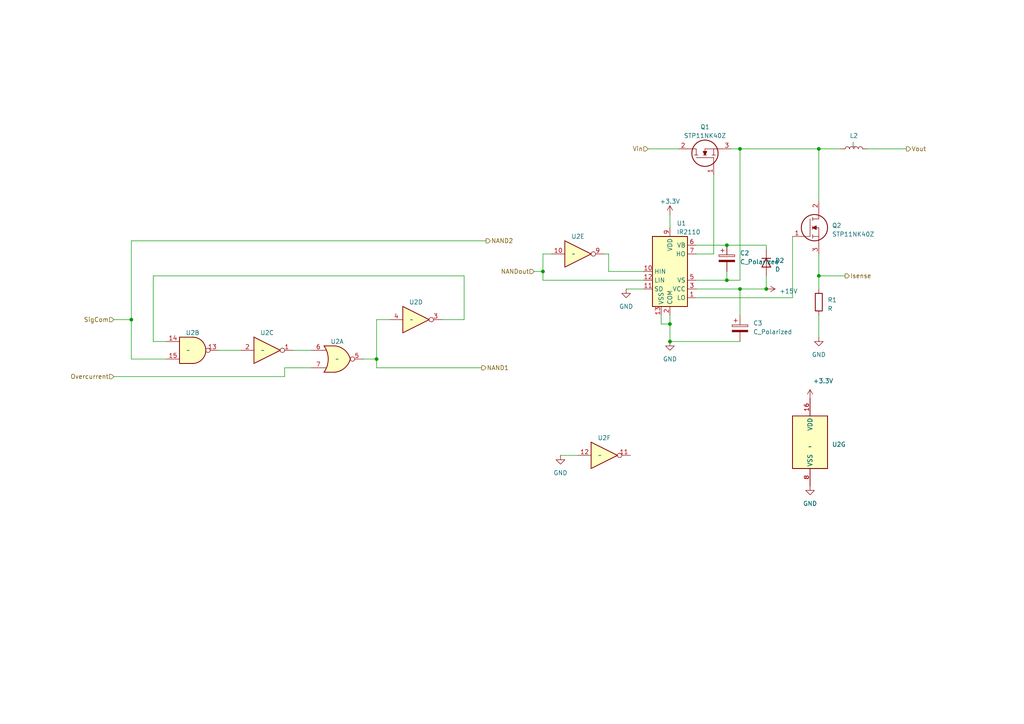
<source format=kicad_sch>
(kicad_sch (version 20230121) (generator eeschema)
  (paper "A4")
  (lib_symbols
    (symbol "Device:C_Polarized" (pin_numbers hide) (pin_names (offset 0.254))
      (property "Reference" "C" (at 0.635 2.54 0))
      (property "Value" "C_Polarized" (at 0.635 -2.54 0))
      (symbol "C_Polarized_0_1"
        (rectangle (start -2.286 0.508) (end 2.286 1.016))
        (polyline (pts (xy -1.778 2.286) (xy -0.762 2.286)))
        (polyline (pts (xy -1.27 2.794) (xy -1.27 1.778)))
        (rectangle (start 2.286 -0.508) (end -2.286 -1.016) (fill (type outline)))
      )
      (symbol "C_Polarized_1_1"
        (pin passive line (at 0 3.81 270) (length 2.794) (name "~") (number "1"))
        (pin passive line (at 0 -3.81 90) (length 2.794) (name "~") (number "2"))
      )
    )
    (symbol "Device:D" (pin_numbers hide) (pin_names (offset 1.016) hide)
      (property "Reference" "D" (at 0 2.54 0))
      (property "Value" "D" (at 0 -2.54 0))
      (symbol "D_0_1"
        (polyline (pts (xy -1.27 1.27) (xy -1.27 -1.27)) (stroke (width 0.254)))
        (polyline (pts (xy 1.27 0) (xy -1.27 0)))
        (polyline (pts (xy 1.27 1.27) (xy 1.27 -1.27) (xy -1.27 0) (xy 1.27 1.27)) (stroke (width 0.254)))
      )
      (symbol "D_1_1"
        (pin passive line (at -3.81 0 0) (length 2.54) (name "K") (number "1"))
        (pin passive line (at 3.81 0 180) (length 2.54) (name "A") (number "2"))
      )
    )
    (symbol "Device:L" (pin_numbers hide) (pin_names (offset 1.016) hide)
      (property "Reference" "L" (at -1.27 0 90))
      (property "Value" "L" (at 1.905 0 90))
      (symbol "L_0_1"
        (arc (start 0 -2.54) (mid 0.6323 -1.905) (end 0 -1.27))
        (arc (start 0 -1.27) (mid 0.6323 -0.635) (end 0 0))
        (arc (start 0 0) (mid 0.6323 0.635) (end 0 1.27))
        (arc (start 0 1.27) (mid 0.6323 1.905) (end 0 2.54))
      )
      (symbol "L_1_1"
        (pin passive line (at 0 3.81 270) (length 1.27) (name "1") (number "1"))
        (pin passive line (at 0 -3.81 90) (length 1.27) (name "2") (number "2"))
      )
    )
    (symbol "Device:R" (pin_numbers hide) (pin_names (offset 0))
      (property "Reference" "R" (at 2.032 0 90))
      (property "Value" "R" (at 0 0 90))
      (symbol "R_0_1"
        (rectangle (start -1.016 -2.54) (end 1.016 2.54) (stroke (width 0.254)))
      )
      (symbol "R_1_1"
        (pin passive line (at 0 3.81 270) (length 1.27) (name "~") (number "1"))
        (pin passive line (at 0 -3.81 90) (length 1.27) (name "~") (number "2"))
      )
    )
    (symbol "Driver_FET:IR2110"
      (property "Reference" "U" (at 1.27 13.335 0))
      (property "Value" "IR2110" (at 1.27 11.43 0))
      (symbol "IR2110_0_1"
        (rectangle (start -5.08 -10.16) (end 5.08 10.16) (stroke (width 0.254)) (fill (type background)))
      )
      (symbol "IR2110_1_1"
        (pin output line (at 7.62 -7.62 180) (length 2.54) (name "LO") (number "1"))
        (pin input line (at -7.62 0 0) (length 2.54) (name "HIN") (number "10"))
        (pin input line (at -7.62 -5.08 0) (length 2.54) (name "SD") (number "11"))
        (pin input line (at -7.62 -2.54 0) (length 2.54) (name "LIN") (number "12"))
        (pin power_in line (at -2.54 -12.7 90) (length 2.54) (name "VSS") (number "13"))
        (pin no_connect line (at -5.08 2.54 0) (length 2.54) hide (name "NC") (number "14"))
        (pin power_in line (at 0 -12.7 90) (length 2.54) (name "COM") (number "2"))
        (pin power_in line (at 7.62 -5.08 180) (length 2.54) (name "VCC") (number "3"))
        (pin no_connect line (at -5.08 7.62 0) (length 2.54) hide (name "NC") (number "4"))
        (pin passive line (at 7.62 -2.54 180) (length 2.54) (name "VS") (number "5"))
        (pin passive line (at 7.62 7.62 180) (length 2.54) (name "VB") (number "6"))
        (pin output line (at 7.62 5.08 180) (length 2.54) (name "HO") (number "7"))
        (pin no_connect line (at -5.08 5.08 0) (length 2.54) hide (name "NC") (number "8"))
        (pin power_in line (at 0 12.7 270) (length 2.54) (name "VDD") (number "9"))
      )
    )
    (symbol "ProjLib:4572"
      (property "Reference" "U" (at 0 1.27 0))
      (symbol "4572_1_1"
        (arc (start -3.81 -3.81) (mid -2.589 0) (end -3.81 3.81) (stroke (width 0.254)))
        (arc (start -0.6096 -3.81) (mid 2.1842 -2.5851) (end 3.81 0) (stroke (width 0.254)) (fill (type background)))
        (polyline (pts (xy -3.81 -3.81) (xy -0.635 -3.81)) (stroke (width 0.254)) (fill (type background)))
        (polyline (pts (xy -3.81 3.81) (xy -0.635 3.81)) (stroke (width 0.254)) (fill (type background)))
        (polyline (pts (xy -0.635 3.81) (xy -3.81 3.81) (xy -3.81 3.81) (xy -3.556 3.4036) (xy -3.0226 2.2606) (xy -2.6924 1.0414) (xy -2.6162 -0.254) (xy -2.7686 -1.4986) (xy -3.175 -2.7178) (xy -3.81 -3.81) (xy -3.81 -3.81) (xy -0.635 -3.81)) (stroke (width -25.4)) (fill (type background)))
        (arc (start 3.81 0) (mid 2.1915 2.5936) (end -0.6096 3.81) (stroke (width 0.254)) (fill (type background)))
        (pin output inverted (at 7.62 0 180) (length 3.81) (name "~") (number "5"))
        (pin input line (at -7.62 2.54 0) (length 4.318) (name "~") (number "6"))
        (pin input line (at -7.62 -2.54 0) (length 4.318) (name "~") (number "7"))
      )
      (symbol "4572_2_1"
        (polyline (pts (xy 1.27 3.81) (xy -2.54 3.81) (xy -2.54 -3.81) (xy 1.27 -3.81)) (stroke (width 0.254)) (fill (type background)))
        (arc (start 1.27 -3.81) (mid 5.0634 0) (end 1.27 3.81) (stroke (width 0.254)) (fill (type background)))
        (pin output inverted (at 8.89 0 180) (length 3.81) (name "~") (number "13"))
        (pin input line (at -6.35 2.54 0) (length 3.81) (name "~") (number "14"))
        (pin input line (at -6.35 -2.54 0) (length 3.81) (name "~") (number "15"))
      )
      (symbol "4572_3_0"
        (polyline (pts (xy -2.54 3.81) (xy -2.54 -3.81) (xy 5.08 0) (xy -2.54 3.81)) (stroke (width 0.254)) (fill (type background)))
        (pin output inverted (at 8.89 0 180) (length 3.81) (name "~") (number "1"))
        (pin input line (at -6.35 0 0) (length 3.81) (name "~") (number "2"))
      )
      (symbol "4572_4_0"
        (polyline (pts (xy -2.54 3.81) (xy -2.54 -3.81) (xy 5.08 0) (xy -2.54 3.81)) (stroke (width 0.254)) (fill (type background)))
        (pin output inverted (at 8.89 0 180) (length 3.81) (name "~") (number "3"))
        (pin input line (at -6.35 0 0) (length 3.81) (name "~") (number "4"))
      )
      (symbol "4572_5_0"
        (polyline (pts (xy -2.54 3.81) (xy -2.54 -3.81) (xy 5.08 0) (xy -2.54 3.81)) (stroke (width 0.254)) (fill (type background)))
        (pin input line (at -6.35 0 0) (length 3.81) (name "~") (number "10"))
        (pin output inverted (at 8.89 0 180) (length 3.81) (name "~") (number "9"))
      )
      (symbol "4572_6_0"
        (polyline (pts (xy -2.54 3.81) (xy -2.54 -3.81) (xy 5.08 0) (xy -2.54 3.81)) (stroke (width 0.254)) (fill (type background)))
        (pin output inverted (at 8.89 0 180) (length 3.81) (name "~") (number "11"))
        (pin input line (at -6.35 0 0) (length 3.81) (name "~") (number "12"))
      )
      (symbol "4572_7_0"
        (pin power_in line (at 0 13.97 270) (length 5.08) (name "VDD") (number "16"))
        (pin power_in line (at 0 -11.43 90) (length 5.08) (name "VSS") (number "8"))
      )
      (symbol "4572_7_1"
        (rectangle (start -5.08 8.89) (end 5.08 -6.35) (stroke (width 0.254)) (fill (type background)))
      )
    )
    (symbol "ProjLib:STP11NK40Z" (pin_names (offset 0.762))
      (property "Reference" "Q" (at 11.43 3.81 0))
      (property "Value" "STP11NK40Z" (at 11.43 1.27 0))
      (symbol "STP11NK40Z_0_0"
        (pin passive line (at 0 0 0) (length 2.54) (name "~") (number "1"))
        (pin passive line (at 7.62 10.16 270) (length 2.54) (name "~") (number "2"))
        (pin passive line (at 7.62 -5.08 90) (length 2.54) (name "~") (number "3"))
      )
      (symbol "STP11NK40Z_0_1"
        (polyline (pts (xy 5.842 -0.508) (xy 5.842 0.508)) (stroke (width 0.1524)))
        (polyline (pts (xy 5.842 0) (xy 7.62 0)) (stroke (width 0.1524)))
        (polyline (pts (xy 5.842 2.032) (xy 5.842 3.048)) (stroke (width 0.1524)))
        (polyline (pts (xy 5.842 5.588) (xy 5.842 4.572)) (stroke (width 0.1524)))
        (polyline (pts (xy 7.62 2.54) (xy 5.842 2.54)) (stroke (width 0.1524)))
        (polyline (pts (xy 7.62 2.54) (xy 7.62 -2.54)) (stroke (width 0.1524)))
        (polyline (pts (xy 7.62 5.08) (xy 5.842 5.08)) (stroke (width 0.1524)))
        (polyline (pts (xy 7.62 5.08) (xy 7.62 7.62)) (stroke (width 0.1524)))
        (polyline (pts (xy 2.54 0) (xy 5.08 0) (xy 5.08 5.08)) (stroke (width 0.1524)))
        (polyline (pts (xy 5.842 2.54) (xy 6.858 3.048) (xy 6.858 2.032) (xy 5.842 2.54)) (stroke (width 0.254)) (fill (type outline)))
        (circle (center 6.35 2.54) (radius 3.81) (stroke (width 0.254)))
      )
    )
    (symbol "power:+15V" (power) (pin_names (offset 0))
      (property "Value" "+15V" (at 0 3.556 0))
      (symbol "+15V_0_1"
        (polyline (pts (xy -0.762 1.27) (xy 0 2.54)))
        (polyline (pts (xy 0 0) (xy 0 2.54)))
        (polyline (pts (xy 0 2.54) (xy 0.762 1.27)))
      )
      (symbol "+15V_1_1"
        (pin power_in line (at 0 0 90) (length 0) hide (name "+15V") (number "1"))
      )
    )
    (symbol "power:+3.3V" (power) (pin_names (offset 0))
      (property "Value" "+3.3V" (at 0 3.556 0))
      (symbol "+3.3V_0_1"
        (polyline (pts (xy -0.762 1.27) (xy 0 2.54)))
        (polyline (pts (xy 0 0) (xy 0 2.54)))
        (polyline (pts (xy 0 2.54) (xy 0.762 1.27)))
      )
      (symbol "+3.3V_1_1"
        (pin power_in line (at 0 0 90) (length 0) hide (name "+3.3V") (number "1"))
      )
    )
    (symbol "power:GND" (power) (pin_names (offset 0))
      (property "Value" "GND" (at 0 -3.81 0))
      (symbol "GND_0_1"
        (polyline (pts (xy 0 0) (xy 0 -1.27) (xy 1.27 -1.27) (xy 0 -2.54) (xy -1.27 -1.27) (xy 0 -1.27)))
      )
      (symbol "GND_1_1"
        (pin power_in line (at 0 0 270) (length 0) hide (name "GND") (number "1"))
      )
    )
  )
  (junction (at 222.25 83.82))
  (junction (at 237.49 80.01))
  (junction (at 237.49 43.18))
  (junction (at 38.1 92.71))
  (junction (at 194.31 93.98))
  (junction (at 210.82 81.28))
  (junction (at 210.82 71.12))
  (junction (at 214.63 43.18))
  (junction (at 109.22 104.14))
  (junction (at 214.63 83.82))
  (junction (at 194.31 99.06))
  (junction (at 157.48 78.74))
  (wire (pts (xy 194.31 99.06) (xy 214.63 99.06)))
  (wire (pts (xy 134.62 92.71) (xy 134.62 80.01)))
  (wire (pts (xy 175.26 73.66) (xy 176.53 73.66)))
  (wire (pts (xy 33.02 109.22) (xy 82.55 109.22)))
  (wire (pts (xy 63.5 101.6) (xy 69.85 101.6)))
  (wire (pts (xy 207.01 50.8) (xy 207.01 73.66)))
  (wire (pts (xy 237.49 80.01) (xy 237.49 73.66)))
  (wire (pts (xy 139.7 106.68) (xy 109.22 106.68)))
  (wire (pts (xy 222.25 71.12) (xy 210.82 71.12)))
  (wire (pts (xy 222.25 72.39) (xy 222.25 71.12)))
  (wire (pts (xy 262.89 43.18) (xy 251.46 43.18)))
  (wire (pts (xy 201.93 81.28) (xy 210.82 81.28)))
  (wire (pts (xy 140.97 69.85) (xy 38.1 69.85)))
  (wire (pts (xy 229.87 86.36) (xy 229.87 68.58)))
  (wire (pts (xy 201.93 86.36) (xy 229.87 86.36)))
  (wire (pts (xy 191.77 93.98) (xy 194.31 93.98)))
  (wire (pts (xy 210.82 81.28) (xy 214.63 81.28)))
  (wire (pts (xy 38.1 69.85) (xy 38.1 92.71)))
  (wire (pts (xy 157.48 73.66) (xy 157.48 78.74)))
  (wire (pts (xy 82.55 106.68) (xy 90.17 106.68)))
  (wire (pts (xy 38.1 92.71) (xy 38.1 104.14)))
  (wire (pts (xy 128.27 92.71) (xy 134.62 92.71)))
  (wire (pts (xy 237.49 43.18) (xy 214.63 43.18)))
  (wire (pts (xy 194.31 93.98) (xy 194.31 99.06)))
  (wire (pts (xy 201.93 73.66) (xy 207.01 73.66)))
  (wire (pts (xy 214.63 43.18) (xy 214.63 81.28)))
  (wire (pts (xy 157.48 81.28) (xy 186.69 81.28)))
  (wire (pts (xy 222.25 83.82) (xy 214.63 83.82)))
  (wire (pts (xy 176.53 78.74) (xy 186.69 78.74)))
  (wire (pts (xy 109.22 104.14) (xy 109.22 92.71)))
  (wire (pts (xy 222.25 80.01) (xy 222.25 83.82)))
  (wire (pts (xy 33.02 92.71) (xy 38.1 92.71)))
  (wire (pts (xy 214.63 83.82) (xy 201.93 83.82)))
  (wire (pts (xy 237.49 83.82) (xy 237.49 80.01)))
  (wire (pts (xy 214.63 43.18) (xy 212.09 43.18)))
  (wire (pts (xy 44.45 80.01) (xy 44.45 99.06)))
  (wire (pts (xy 109.22 106.68) (xy 109.22 104.14)))
  (wire (pts (xy 82.55 109.22) (xy 82.55 106.68)))
  (wire (pts (xy 157.48 78.74) (xy 157.48 81.28)))
  (wire (pts (xy 210.82 78.74) (xy 210.82 81.28)))
  (wire (pts (xy 194.31 62.23) (xy 194.31 66.04)))
  (wire (pts (xy 134.62 80.01) (xy 44.45 80.01)))
  (wire (pts (xy 38.1 104.14) (xy 48.26 104.14)))
  (wire (pts (xy 237.49 43.18) (xy 243.84 43.18)))
  (wire (pts (xy 237.49 58.42) (xy 237.49 43.18)))
  (wire (pts (xy 245.11 80.01) (xy 237.49 80.01)))
  (wire (pts (xy 44.45 99.06) (xy 48.26 99.06)))
  (wire (pts (xy 85.09 101.6) (xy 90.17 101.6)))
  (wire (pts (xy 176.53 73.66) (xy 176.53 78.74)))
  (wire (pts (xy 187.96 43.18) (xy 196.85 43.18)))
  (wire (pts (xy 162.56 132.08) (xy 167.64 132.08)))
  (wire (pts (xy 157.48 73.66) (xy 160.02 73.66)))
  (wire (pts (xy 105.41 104.14) (xy 109.22 104.14)))
  (wire (pts (xy 109.22 92.71) (xy 113.03 92.71)))
  (wire (pts (xy 214.63 91.44) (xy 214.63 83.82)))
  (wire (pts (xy 191.77 91.44) (xy 191.77 93.98)))
  (wire (pts (xy 194.31 91.44) (xy 194.31 93.98)))
  (wire (pts (xy 237.49 97.79) (xy 237.49 91.44)))
  (wire (pts (xy 154.94 78.74) (xy 157.48 78.74)))
  (wire (pts (xy 201.93 71.12) (xy 210.82 71.12)))
  (wire (pts (xy 181.61 83.82) (xy 186.69 83.82)))
  (hierarchical_label "SigCom" (shape input) (at 33.02 92.71 180))
  (hierarchical_label "NAND1" (shape output) (at 139.7 106.68 0))
  (hierarchical_label "Vin" (shape input) (at 187.96 43.18 180))
  (hierarchical_label "Overcurrent" (shape input) (at 33.02 109.22 180))
  (hierarchical_label "NANDout" (shape input) (at 154.94 78.74 180))
  (hierarchical_label "NAND2" (shape output) (at 140.97 69.85 0))
  (hierarchical_label "Vout" (shape output) (at 262.89 43.18 0))
  (hierarchical_label "Isense" (shape output) (at 245.11 80.01 0))
  (symbol (lib_id "ProjLib:STP11NK40Z") (at 207.01 50.8 90) (unit 1)
    (property "Reference" "Q1" (at 204.47 36.83 90))
    (property "Value" "STP11NK40Z" (at 204.47 39.37 90))
    (property "Footprint" "TO255P460X1020X2008-3P" (effects hide))
    (property "Datasheet" "https://componentsearchengine.com/Datasheets/2/STP11NK40Z.pdf" (effects hide))
    (property "Description" "N-channel MOSFET,STP11NK40Z 9A 400V" (effects hide))
    (property "Height" "4.6" (effects hide))
    (property "Manufacturer_Name" "STMicroelectronics" (effects hide))
    (property "Manufacturer_Part_Number" "STP11NK40Z" (effects hide))
    (property "Mouser Part Number" "511-STP11NK40Z" (effects hide))
    (property "Mouser Price/Stock" "https://www.mouser.co.uk/ProductDetail/STMicroelectronics/STP11NK40Z?qs=mLGruWOCTdHv0iaks22itg%3D%3D" (effects hide))
    (property "Arrow Part Number" "STP11NK40Z" (effects hide))
    (property "Arrow Price/Stock" "https://www.arrow.com/en/products/stp11nk40z/stmicroelectronics" (effects hide))
  )
  (symbol (lib_id "Driver_FET:IR2110") (at 194.31 78.74 0) (unit 1)
    (property "Reference" "U1" (at 196.2659 64.77 0) (effects (justify left)))
    (property "Value" "IR2110" (at 196.2659 67.31 0) (effects (justify left)))
    (property "Footprint" "Package_DIP:DIP-14_W7.62mm" (effects hide))
    (property "Datasheet" "https://www.infineon.com/dgdl/ir2110.pdf?fileId=5546d462533600a4015355c80333167e" (effects hide))
  )
  (symbol (lib_id "Device:L") (at 247.65 43.18 90) (unit 1)
    (property "Reference" "L2" (at 247.65 39.37 90))
    (property "Value" "L" (at 247.65 41.91 90))
  )
  (symbol (lib_id "ProjLib:4572") (at 173.99 132.08 0) (unit 6)
    (property "Reference" "U2" (at 175.26 127 0))
    (property "Value" "~" (at 173.99 132.08 0))
  )
  (symbol (lib_id "power:GND") (at 181.61 83.82 0) (unit 1)
    (property "Reference" "#PWR08" (effects hide))
    (property "Value" "GND" (at 181.61 88.9 0))
  )
  (symbol (lib_id "Device:R") (at 237.49 87.63 0) (unit 1)
    (property "Reference" "R1" (at 240.03 86.995 0) (effects (justify left)))
    (property "Value" "R" (at 240.03 89.535 0) (effects (justify left)))
  )
  (symbol (lib_id "Device:C_Polarized") (at 210.82 74.93 0) (unit 1)
    (property "Reference" "C2" (at 214.63 73.406 0) (effects (justify left)))
    (property "Value" "C_Polarized" (at 214.63 75.946 0) (effects (justify left)))
  )
  (symbol (lib_id "power:+15V") (at 222.25 83.82 270) (unit 1)
    (property "Reference" "#PWR07" (effects hide))
    (property "Value" "+15V" (at 226.06 84.455 90) (effects (justify left)))
  )
  (symbol (lib_id "power:GND") (at 194.31 99.06 0) (unit 1)
    (property "Reference" "#PWR09" (effects hide))
    (property "Value" "GND" (at 194.31 104.14 0))
  )
  (symbol (lib_id "power:+3.3V") (at 194.31 62.23 0) (unit 1)
    (property "Reference" "#PWR06" (effects hide))
    (property "Value" "+3.3V" (at 194.31 58.42 0))
  )
  (symbol (lib_id "power:GND") (at 237.49 97.79 0) (unit 1)
    (property "Reference" "#PWR05" (effects hide))
    (property "Value" "GND" (at 237.49 102.87 0))
  )
  (symbol (lib_id "Device:C_Polarized") (at 214.63 95.25 0) (unit 1)
    (property "Reference" "C3" (at 218.44 93.726 0) (effects (justify left)))
    (property "Value" "C_Polarized" (at 218.44 96.266 0) (effects (justify left)))
  )
  (symbol (lib_id "power:GND") (at 234.95 140.97 0) (unit 1)
    (property "Reference" "#PWR012" (effects hide))
    (property "Value" "GND" (at 234.95 146.05 0))
  )
  (symbol (lib_id "ProjLib:4572") (at 97.79 104.14 0) (unit 1)
    (property "Reference" "U2" (at 97.79 99.06 0))
    (property "Value" "~" (at 97.79 104.14 0))
  )
  (symbol (lib_id "power:GND") (at 162.56 132.08 0) (unit 1)
    (property "Reference" "#PWR013" (effects hide))
    (property "Value" "GND" (at 162.56 137.16 0))
  )
  (symbol (lib_id "ProjLib:4572") (at 234.95 129.54 0) (unit 7)
    (property "Reference" "U2" (at 241.3 128.905 0) (effects (justify left)))
    (property "Value" "~" (at 234.95 129.54 0))
  )
  (symbol (lib_id "Device:D") (at 222.25 76.2 270) (unit 1)
    (property "Reference" "D2" (at 224.79 75.565 90) (effects (justify left)))
    (property "Value" "D" (at 224.79 78.105 90) (effects (justify left)))
    (property "Sim.Device" "D" (effects hide))
    (property "Sim.Pins" "1=K 2=A" (effects hide))
  )
  (symbol (lib_id "ProjLib:4572") (at 76.2 101.6 0) (unit 3)
    (property "Reference" "U2" (at 77.47 96.52 0))
    (property "Value" "~" (at 76.2 101.6 0))
  )
  (symbol (lib_id "ProjLib:4572") (at 166.37 73.66 0) (unit 5)
    (property "Reference" "U2" (at 167.64 68.58 0))
    (property "Value" "~" (at 166.37 73.66 0))
  )
  (symbol (lib_id "ProjLib:4572") (at 119.38 92.71 0) (unit 4)
    (property "Reference" "U2" (at 120.65 87.63 0))
    (property "Value" "~" (at 119.38 92.71 0))
  )
  (symbol (lib_id "power:+3.3V") (at 234.95 115.57 0) (unit 1)
    (property "Reference" "#PWR011" (effects hide))
    (property "Value" "+3.3V" (at 238.76 110.49 0))
  )
  (symbol (lib_id "ProjLib:STP11NK40Z") (at 229.87 68.58 0) (unit 1)
    (property "Reference" "Q2" (at 241.3 65.405 0) (effects (justify left)))
    (property "Value" "STP11NK40Z" (at 241.3 67.945 0) (effects (justify left)))
    (property "Footprint" "TO255P460X1020X2008-3P" (effects hide))
    (property "Datasheet" "https://componentsearchengine.com/Datasheets/2/STP11NK40Z.pdf" (effects hide))
    (property "Description" "N-channel MOSFET,STP11NK40Z 9A 400V" (effects hide))
    (property "Height" "4.6" (effects hide))
    (property "Manufacturer_Name" "STMicroelectronics" (effects hide))
    (property "Manufacturer_Part_Number" "STP11NK40Z" (effects hide))
    (property "Mouser Part Number" "511-STP11NK40Z" (effects hide))
    (property "Mouser Price/Stock" "https://www.mouser.co.uk/ProductDetail/STMicroelectronics/STP11NK40Z?qs=mLGruWOCTdHv0iaks22itg%3D%3D" (effects hide))
    (property "Arrow Part Number" "STP11NK40Z" (effects hide))
    (property "Arrow Price/Stock" "https://www.arrow.com/en/products/stp11nk40z/stmicroelectronics" (effects hide))
  )
  (symbol (lib_id "ProjLib:4572") (at 54.61 101.6 0) (unit 2)
    (property "Reference" "U2" (at 55.8717 96.52 0))
    (property "Value" "~" (at 54.61 101.6 0))
  )
)
</source>
